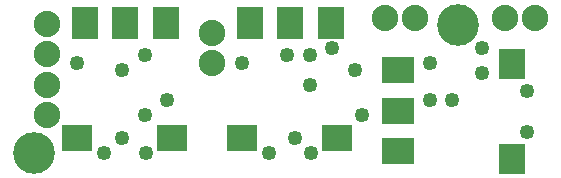
<source format=gts>
G04 MADE WITH FRITZING*
G04 WWW.FRITZING.ORG*
G04 DOUBLE SIDED*
G04 HOLES PLATED*
G04 CONTOUR ON CENTER OF CONTOUR VECTOR*
%ASAXBY*%
%FSLAX23Y23*%
%MOIN*%
%OFA0B0*%
%SFA1.0B1.0*%
%ADD10C,0.049370*%
%ADD11C,0.088000*%
%ADD12C,0.049361*%
%ADD13C,0.139000*%
%ADD14R,0.098792X0.088736*%
%ADD15R,0.088750X0.108417*%
%ADD16R,0.098778X0.088736*%
%ADD17R,0.088208X0.108417*%
%ADD18R,0.088736X0.098792*%
%ADD19R,0.108417X0.088750*%
%ADD20R,0.088736X0.098778*%
%ADD21R,0.108417X0.088208*%
%LNMASK1*%
G90*
G70*
G54D10*
X1014Y414D03*
X1014Y314D03*
X964Y139D03*
X389Y364D03*
X464Y414D03*
X1089Y438D03*
X939Y414D03*
X539Y264D03*
G54D11*
X139Y313D03*
X139Y213D03*
X139Y313D03*
X139Y213D03*
X1764Y539D03*
X1664Y539D03*
X1764Y539D03*
X1664Y539D03*
X1364Y539D03*
X1264Y539D03*
X1364Y539D03*
X1264Y539D03*
X689Y489D03*
X689Y389D03*
X689Y489D03*
X689Y389D03*
X139Y519D03*
X139Y419D03*
X139Y519D03*
X139Y419D03*
G54D10*
X464Y214D03*
X1189Y214D03*
X1589Y354D03*
X1414Y264D03*
X1489Y264D03*
X1164Y364D03*
X1589Y439D03*
X1414Y389D03*
X239Y389D03*
G54D12*
X878Y88D03*
X1017Y88D03*
G54D10*
X789Y389D03*
G54D12*
X1740Y157D03*
X1740Y296D03*
X328Y88D03*
X467Y88D03*
G54D13*
X1507Y514D03*
X96Y89D03*
G54D10*
X389Y139D03*
G54D14*
X1106Y139D03*
G54D15*
X949Y521D03*
G54D16*
X789Y139D03*
G54D15*
X1084Y521D03*
G54D17*
X816Y521D03*
G54D18*
X1689Y385D03*
G54D19*
X1307Y228D03*
G54D20*
X1689Y68D03*
G54D19*
X1307Y363D03*
G54D21*
X1307Y95D03*
G54D14*
X556Y139D03*
G54D15*
X399Y521D03*
G54D16*
X239Y139D03*
G54D15*
X534Y521D03*
G54D17*
X266Y521D03*
G04 End of Mask1*
M02*
</source>
